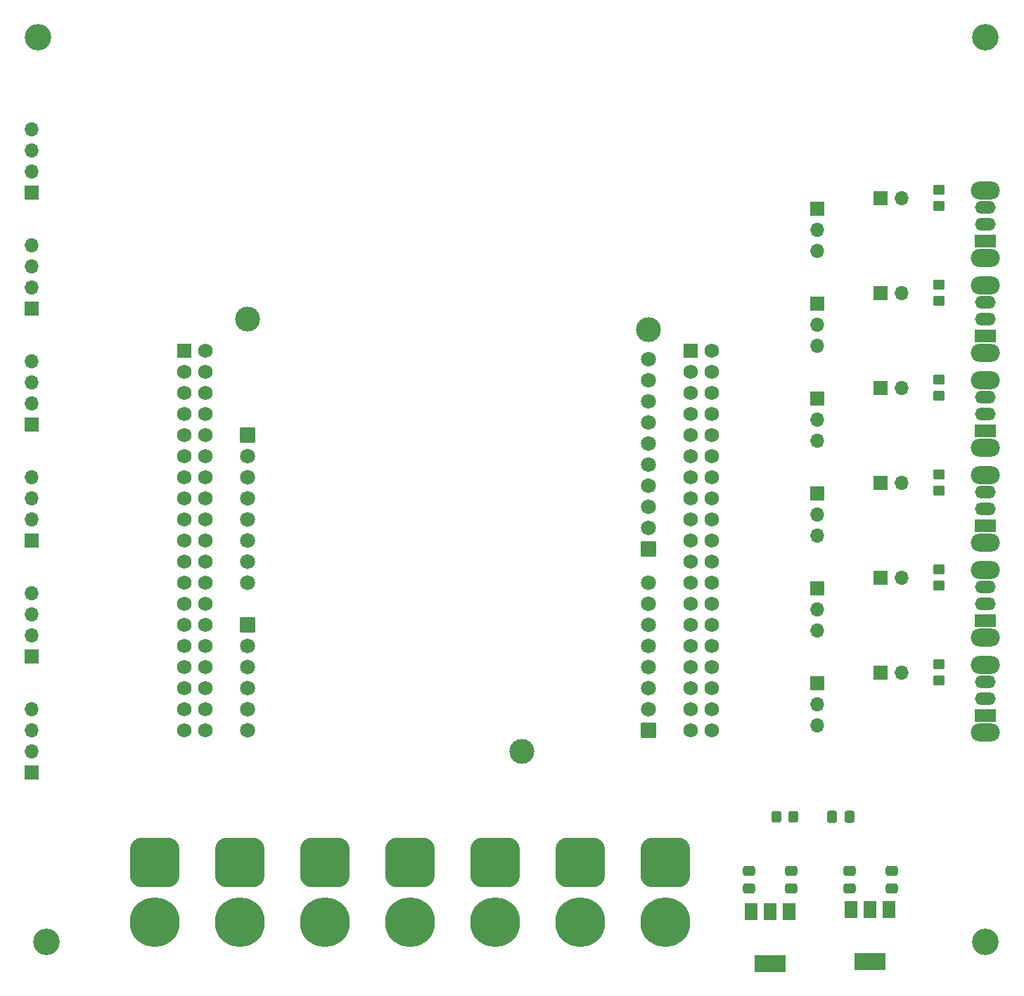
<source format=gbr>
%TF.GenerationSoftware,KiCad,Pcbnew,(7.0.0-0)*%
%TF.CreationDate,2023-11-04T22:02:26-07:00*%
%TF.ProjectId,master_node,6d617374-6572-45f6-9e6f-64652e6b6963,rev?*%
%TF.SameCoordinates,Original*%
%TF.FileFunction,Soldermask,Top*%
%TF.FilePolarity,Negative*%
%FSLAX46Y46*%
G04 Gerber Fmt 4.6, Leading zero omitted, Abs format (unit mm)*
G04 Created by KiCad (PCBNEW (7.0.0-0)) date 2023-11-04 22:02:26*
%MOMM*%
%LPD*%
G01*
G04 APERTURE LIST*
G04 Aperture macros list*
%AMRoundRect*
0 Rectangle with rounded corners*
0 $1 Rounding radius*
0 $2 $3 $4 $5 $6 $7 $8 $9 X,Y pos of 4 corners*
0 Add a 4 corners polygon primitive as box body*
4,1,4,$2,$3,$4,$5,$6,$7,$8,$9,$2,$3,0*
0 Add four circle primitives for the rounded corners*
1,1,$1+$1,$2,$3*
1,1,$1+$1,$4,$5*
1,1,$1+$1,$6,$7*
1,1,$1+$1,$8,$9*
0 Add four rect primitives between the rounded corners*
20,1,$1+$1,$2,$3,$4,$5,0*
20,1,$1+$1,$4,$5,$6,$7,0*
20,1,$1+$1,$6,$7,$8,$9,0*
20,1,$1+$1,$8,$9,$2,$3,0*%
G04 Aperture macros list end*
%ADD10O,3.500000X2.200000*%
%ADD11R,2.500000X1.500000*%
%ADD12O,2.500000X1.500000*%
%ADD13RoundRect,1.500000X-1.500000X1.500000X-1.500000X-1.500000X1.500000X-1.500000X1.500000X1.500000X0*%
%ADD14C,6.000000*%
%ADD15RoundRect,0.250000X-0.475000X0.337500X-0.475000X-0.337500X0.475000X-0.337500X0.475000X0.337500X0*%
%ADD16R,1.700000X1.700000*%
%ADD17O,1.700000X1.700000*%
%ADD18R,1.500000X2.000000*%
%ADD19R,3.800000X2.000000*%
%ADD20RoundRect,0.250000X-0.450000X0.350000X-0.450000X-0.350000X0.450000X-0.350000X0.450000X0.350000X0*%
%ADD21C,3.200000*%
%ADD22RoundRect,0.250000X0.325000X0.450000X-0.325000X0.450000X-0.325000X-0.450000X0.325000X-0.450000X0*%
%ADD23RoundRect,0.250000X0.475000X-0.337500X0.475000X0.337500X-0.475000X0.337500X-0.475000X-0.337500X0*%
%ADD24C,1.734000*%
%ADD25RoundRect,0.102000X-0.765000X-0.765000X0.765000X-0.765000X0.765000X0.765000X-0.765000X0.765000X0*%
%ADD26C,1.809000*%
%ADD27RoundRect,0.102000X-0.802500X-0.802500X0.802500X-0.802500X0.802500X0.802500X-0.802500X0.802500X0*%
%ADD28C,3.000000*%
%ADD29RoundRect,0.250000X-0.337500X-0.475000X0.337500X-0.475000X0.337500X0.475000X-0.337500X0.475000X0*%
G04 APERTURE END LIST*
D10*
%TO.C,SW2*%
X191039999Y-109509999D03*
X191039999Y-101309999D03*
D11*
X191039999Y-107409999D03*
D12*
X191039999Y-105409999D03*
X191039999Y-103409999D03*
%TD*%
D13*
%TO.C,J15*%
X132000000Y-159400000D03*
D14*
X132000000Y-166600000D03*
%TD*%
D13*
%TO.C,J16*%
X121750000Y-159400000D03*
D14*
X121750000Y-166600000D03*
%TD*%
D15*
%TO.C,C4*%
X179750000Y-160482500D03*
X179750000Y-162557500D03*
%TD*%
D16*
%TO.C,J1*%
X170814999Y-80644999D03*
D17*
X170814999Y-83184999D03*
X170814999Y-85724999D03*
%TD*%
D10*
%TO.C,SW5*%
X191039999Y-120939999D03*
X191039999Y-112739999D03*
D11*
X191039999Y-118839999D03*
D12*
X191039999Y-116839999D03*
X191039999Y-114839999D03*
%TD*%
D13*
%TO.C,J14*%
X142250000Y-159400000D03*
D14*
X142250000Y-166600000D03*
%TD*%
D18*
%TO.C,U2*%
X167444999Y-165354999D03*
X165144999Y-165354999D03*
X162844999Y-165354999D03*
D19*
X165144999Y-171654999D03*
%TD*%
D15*
%TO.C,C2*%
X167685000Y-160482500D03*
X167685000Y-162557500D03*
%TD*%
D16*
%TO.C,J2*%
X170814999Y-103504999D03*
D17*
X170814999Y-106044999D03*
X170814999Y-108584999D03*
%TD*%
D20*
%TO.C,R4*%
X185420000Y-101235000D03*
X185420000Y-103235000D03*
%TD*%
D17*
%TO.C,J12*%
X76199999Y-127009999D03*
X76199999Y-129549999D03*
X76199999Y-132089999D03*
D16*
X76199999Y-134629999D03*
%TD*%
D13*
%TO.C,J18*%
X101250000Y-159400000D03*
D14*
X101250000Y-166600000D03*
%TD*%
D13*
%TO.C,J13*%
X152500000Y-159400000D03*
D14*
X152500000Y-166600000D03*
%TD*%
D16*
%TO.C,J4*%
X170814999Y-92074999D03*
D17*
X170814999Y-94614999D03*
X170814999Y-97154999D03*
%TD*%
D13*
%TO.C,J19*%
X91000000Y-159400000D03*
D14*
X91000000Y-166600000D03*
%TD*%
D21*
%TO.C,H4*%
X191000000Y-60000000D03*
%TD*%
D22*
%TO.C,D1*%
X167917500Y-153900000D03*
X165867500Y-153900000D03*
%TD*%
D16*
%TO.C,J22*%
X178429999Y-125094999D03*
D17*
X180969999Y-125094999D03*
%TD*%
%TO.C,J7*%
X76199999Y-113039999D03*
X76199999Y-115579999D03*
X76199999Y-118119999D03*
D16*
X76199999Y-120659999D03*
%TD*%
D10*
%TO.C,SW6*%
X191039999Y-143799999D03*
X191039999Y-135599999D03*
D11*
X191039999Y-141699999D03*
D12*
X191039999Y-139699999D03*
X191039999Y-137699999D03*
%TD*%
D17*
%TO.C,J8*%
X76199999Y-99079999D03*
X76199999Y-101619999D03*
X76199999Y-104159999D03*
D16*
X76199999Y-106699999D03*
%TD*%
D17*
%TO.C,J9*%
X76199999Y-140969999D03*
X76199999Y-143509999D03*
X76199999Y-146049999D03*
D16*
X76199999Y-148589999D03*
%TD*%
D18*
%TO.C,U3*%
X179424999Y-165102499D03*
X177124999Y-165102499D03*
X174824999Y-165102499D03*
D19*
X177124999Y-171402499D03*
%TD*%
D16*
%TO.C,J3*%
X170814999Y-126364999D03*
D17*
X170814999Y-128904999D03*
X170814999Y-131444999D03*
%TD*%
D13*
%TO.C,J17*%
X111500000Y-159400000D03*
D14*
X111500000Y-166600000D03*
%TD*%
D23*
%TO.C,C1*%
X162605000Y-162557500D03*
X162605000Y-160482500D03*
%TD*%
D21*
%TO.C,H3*%
X191000000Y-169000000D03*
%TD*%
D24*
%TO.C,U1*%
X158115000Y-143525000D03*
X155575000Y-143525000D03*
X158115000Y-140985000D03*
X155575000Y-140985000D03*
X158115000Y-138445000D03*
X155575000Y-138445000D03*
X158115000Y-135905000D03*
X155575000Y-135905000D03*
X158115000Y-133365000D03*
X155575000Y-133365000D03*
X158115000Y-130825000D03*
X155575000Y-130825000D03*
X158115000Y-128285000D03*
X155575000Y-128285000D03*
X158115000Y-125745000D03*
X155575000Y-125745000D03*
X158115000Y-123205000D03*
X155575000Y-123205000D03*
X158115000Y-120665000D03*
X155575000Y-120665000D03*
X158115000Y-118125000D03*
X155575000Y-118125000D03*
X158115000Y-115585000D03*
X155575000Y-115585000D03*
X158115000Y-113045000D03*
X155575000Y-113045000D03*
X158115000Y-110505000D03*
X155575000Y-110505000D03*
X158115000Y-107965000D03*
X155575000Y-107965000D03*
X158115000Y-105425000D03*
X155575000Y-105425000D03*
X158115000Y-102885000D03*
X155575000Y-102885000D03*
X158115000Y-100345000D03*
X155575000Y-100345000D03*
X158115000Y-97805000D03*
D25*
X155575000Y-97805000D03*
D26*
X150495000Y-125745000D03*
X150495000Y-128285000D03*
X150495000Y-130825000D03*
X150495000Y-133365000D03*
X150495000Y-135905000D03*
X150495000Y-138445000D03*
X150495000Y-140985000D03*
D27*
X150495000Y-143525000D03*
D26*
X102235000Y-143525000D03*
X102235000Y-140985000D03*
X102235000Y-138445000D03*
X102235000Y-135905000D03*
X102235000Y-133365000D03*
D27*
X102235000Y-130825000D03*
D24*
X97155000Y-143525000D03*
X94615000Y-143525000D03*
X97155000Y-140985000D03*
X94615000Y-140985000D03*
X97155000Y-138445000D03*
X94615000Y-138445000D03*
X97155000Y-135905000D03*
X94615000Y-135905000D03*
X97155000Y-133365000D03*
X94615000Y-133365000D03*
X97155000Y-130825000D03*
X94615000Y-130825000D03*
X97155000Y-128285000D03*
X94615000Y-128285000D03*
X97155000Y-125745000D03*
X94615000Y-125745000D03*
X97155000Y-123205000D03*
X94615000Y-123205000D03*
X97155000Y-120665000D03*
X94615000Y-120665000D03*
X97155000Y-118125000D03*
X94615000Y-118125000D03*
X97155000Y-115585000D03*
X94615000Y-115585000D03*
X97155000Y-113045000D03*
X94615000Y-113045000D03*
X97155000Y-110505000D03*
X94615000Y-110505000D03*
X97155000Y-107965000D03*
X94615000Y-107965000D03*
X97155000Y-105425000D03*
X94615000Y-105425000D03*
X97155000Y-102885000D03*
X94615000Y-102885000D03*
X97155000Y-100345000D03*
X94615000Y-100345000D03*
X97155000Y-97805000D03*
D25*
X94615000Y-97805000D03*
D26*
X102235000Y-125745000D03*
X102235000Y-123205000D03*
X102235000Y-120665000D03*
X102235000Y-118125000D03*
X102235000Y-115585000D03*
X102235000Y-113045000D03*
X102235000Y-110505000D03*
D27*
X102235000Y-107965000D03*
D26*
X150495000Y-98825000D03*
X150495000Y-101365000D03*
X150495000Y-103905000D03*
X150495000Y-106445000D03*
X150495000Y-108985000D03*
X150495000Y-111525000D03*
X150495000Y-114065000D03*
X150495000Y-116605000D03*
X150495000Y-119145000D03*
D27*
X150495000Y-121685000D03*
D28*
X150495000Y-95265000D03*
X135255000Y-146065000D03*
X102235000Y-93995000D03*
%TD*%
D16*
%TO.C,J21*%
X178434999Y-102234999D03*
D17*
X180974999Y-102234999D03*
%TD*%
D10*
%TO.C,SW3*%
X191039999Y-98079999D03*
X191039999Y-89879999D03*
D11*
X191039999Y-95979999D03*
D12*
X191039999Y-93979999D03*
X191039999Y-91979999D03*
%TD*%
D20*
%TO.C,R7*%
X185420000Y-112665000D03*
X185420000Y-114665000D03*
%TD*%
D16*
%TO.C,J23*%
X178434999Y-90804999D03*
D17*
X180974999Y-90804999D03*
%TD*%
D16*
%TO.C,J25*%
X178434999Y-136524999D03*
D17*
X180974999Y-136524999D03*
%TD*%
D10*
%TO.C,SW1*%
X191039999Y-86649999D03*
X191039999Y-78449999D03*
D11*
X191039999Y-84549999D03*
D12*
X191039999Y-82549999D03*
X191039999Y-80549999D03*
%TD*%
D20*
%TO.C,R5*%
X185420000Y-89805000D03*
X185420000Y-91805000D03*
%TD*%
D16*
%TO.C,J5*%
X170814999Y-114949999D03*
D17*
X170814999Y-117489999D03*
X170814999Y-120029999D03*
%TD*%
D16*
%TO.C,J6*%
X170814999Y-137794999D03*
D17*
X170814999Y-140334999D03*
X170814999Y-142874999D03*
%TD*%
D20*
%TO.C,R3*%
X185420000Y-124095000D03*
X185420000Y-126095000D03*
%TD*%
D21*
%TO.C,H1*%
X77000000Y-60000000D03*
%TD*%
D17*
%TO.C,J11*%
X76199999Y-85099999D03*
X76199999Y-87639999D03*
X76199999Y-90179999D03*
D16*
X76199999Y-92719999D03*
%TD*%
D23*
%TO.C,C3*%
X174670000Y-162557500D03*
X174670000Y-160482500D03*
%TD*%
D29*
%TO.C,R1*%
X172595000Y-153900000D03*
X174670000Y-153900000D03*
%TD*%
D20*
%TO.C,R2*%
X185420000Y-78375000D03*
X185420000Y-80375000D03*
%TD*%
D10*
%TO.C,SW4*%
X191039999Y-132369999D03*
X191039999Y-124169999D03*
D11*
X191039999Y-130269999D03*
D12*
X191039999Y-128269999D03*
X191039999Y-126269999D03*
%TD*%
D17*
%TO.C,J10*%
X76199999Y-71129999D03*
X76199999Y-73669999D03*
X76199999Y-76209999D03*
D16*
X76199999Y-78749999D03*
%TD*%
%TO.C,J20*%
X178429999Y-79374999D03*
D17*
X180969999Y-79374999D03*
%TD*%
D20*
%TO.C,R6*%
X185420000Y-135525000D03*
X185420000Y-137525000D03*
%TD*%
D21*
%TO.C,H2*%
X78000000Y-169000000D03*
%TD*%
D16*
%TO.C,J24*%
X178429999Y-113664999D03*
D17*
X180969999Y-113664999D03*
%TD*%
M02*

</source>
